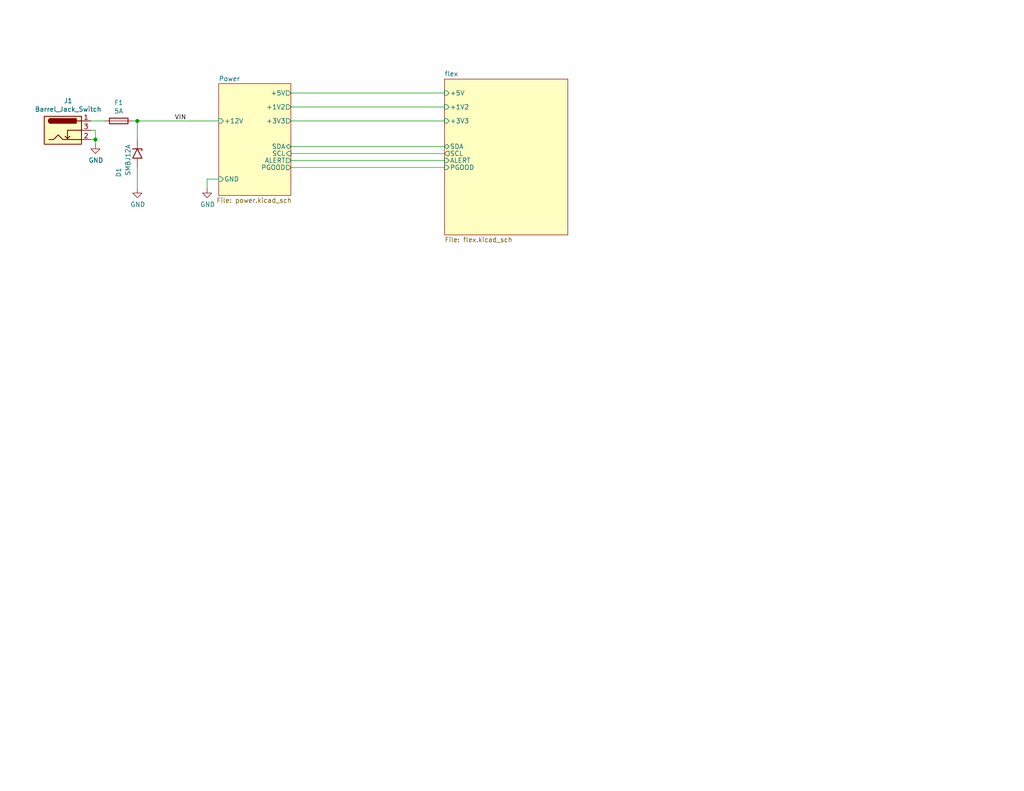
<source format=kicad_sch>
(kicad_sch (version 20231120) (generator "eeschema") (generator_version "8.0")
  (paper "A")
  (title_block (title "bitaxeHex") (date "2023-12-28") (rev "302"))
  (lib_symbols
    (symbol "Connector:Barrel_Jack_Switch" (pin_names hide)
      (property "Reference" "J" (at 0 5.334 0))
      (property "Value" "Barrel_Jack_Switch" (at 0 -5.08 0))
      (symbol "Barrel_Jack_Switch_0_1"
        (rectangle (start -5.08 3.81) (end 5.08 -3.81) (stroke (width 0.254)) (fill (type background)))
        (arc (start -3.302 3.175) (mid -3.9343 2.54) (end -3.302 1.905) (stroke (width 0.254)))
        (arc (start -3.302 3.175) (mid -3.9343 2.54) (end -3.302 1.905) (stroke (width 0.254)) (fill (type outline)))
        (polyline (pts (xy 1.27 -2.286) (xy 1.905 -1.651)) (stroke (width 0.254)))
        (polyline (pts (xy 5.08 2.54) (xy 3.81 2.54)) (stroke (width 0.254)))
        (polyline (pts (xy 5.08 0) (xy 1.27 0) (xy 1.27 -2.286) (xy 0.635 -1.651)) (stroke (width 0.254)))
        (polyline (pts (xy -3.81 -2.54) (xy -2.54 -2.54) (xy -1.27 -1.27) (xy 0 -2.54) (xy 2.54 -2.54) (xy 5.08 -2.54)) (stroke (width 0.254)))
        (rectangle (start 3.683 3.175) (end -3.302 1.905) (stroke (width 0.254)) (fill (type outline)))
      )
      (symbol "Barrel_Jack_Switch_1_1"
        (pin passive line (at 7.62 2.54 180) (length 2.54) (name "~") (number "1"))
        (pin passive line (at 7.62 -2.54 180) (length 2.54) (name "~") (number "2"))
        (pin passive line (at 7.62 0 180) (length 2.54) (name "~") (number "3"))
      )
    )
    (symbol "Device:Fuse" (pin_numbers hide) (pin_names (offset 0))
      (property "Reference" "F" (at 2.032 0 90))
      (property "Value" "Fuse" (at -1.905 0 90))
      (symbol "Fuse_0_1"
        (rectangle (start -0.762 -2.54) (end 0.762 2.54) (stroke (width 0.254)))
        (polyline (pts (xy 0 2.54) (xy 0 -2.54)))
      )
      (symbol "Fuse_1_1"
        (pin passive line (at 0 3.81 270) (length 1.27) (name "~") (number "1"))
        (pin passive line (at 0 -3.81 90) (length 1.27) (name "~") (number "2"))
      )
    )
    (symbol "Diode:5KPxxA" (pin_numbers hide) (pin_names (offset 1.016) hide)
      (property "Reference" "D" (at 0 2.54 0))
      (property "Value" "5KPxxA" (at 0 -2.54 0))
      (symbol "5KPxxA_0_1"
        (polyline (pts (xy -0.762 1.27) (xy -1.27 1.27) (xy -1.27 -1.27)) (stroke (width 0.254)))
        (polyline (pts (xy 1.27 1.27) (xy 1.27 -1.27) (xy -1.27 0) (xy 1.27 1.27)) (stroke (width 0.254)))
      )
      (symbol "5KPxxA_1_1"
        (pin passive line (at -3.81 0 0) (length 2.54) (name "A1") (number "1"))
        (pin passive line (at 3.81 0 180) (length 2.54) (name "A2") (number "2"))
      )
    )
    (symbol "power:GND" (power) (pin_names (offset 0))
      (property "Value" "GND" (at 0 -3.81 0))
      (symbol "GND_0_1"
        (polyline (pts (xy 0 0) (xy 0 -1.27) (xy 1.27 -1.27) (xy 0 -2.54) (xy -1.27 -1.27) (xy 0 -1.27)))
      )
      (symbol "GND_1_1"
        (pin power_in line (at 0 0 270) (length 0) hide (name "GND") (number "1"))
      )
    )
  )
  (junction (at 26.035 38.1))
  (junction (at 37.465 33.02))
  (wire (pts (xy 79.375 43.815) (xy 121.285 43.815)))
  (wire (pts (xy 56.515 48.895) (xy 59.69 48.895)))
  (wire (pts (xy 24.765 38.1) (xy 26.035 38.1)))
  (wire (pts (xy 26.035 35.56) (xy 26.035 38.1)))
  (wire (pts (xy 79.375 40.005) (xy 121.285 40.005)))
  (wire (pts (xy 79.375 41.91) (xy 121.285 41.91)))
  (wire (pts (xy 79.375 45.72) (xy 121.285 45.72)))
  (wire (pts (xy 36.195 33.02) (xy 37.465 33.02)))
  (wire (pts (xy 26.035 38.1) (xy 26.035 39.37)))
  (wire (pts (xy 56.515 51.435) (xy 56.515 48.895)))
  (wire (pts (xy 79.375 29.21) (xy 121.285 29.21)))
  (wire (pts (xy 79.375 25.4) (xy 121.285 25.4)))
  (wire (pts (xy 24.765 33.02) (xy 28.575 33.02)))
  (wire (pts (xy 24.765 35.56) (xy 26.035 35.56)))
  (wire (pts (xy 37.465 38.1) (xy 37.465 33.02)))
  (wire (pts (xy 37.465 51.435) (xy 37.465 45.72)))
  (wire (pts (xy 79.375 33.02) (xy 121.285 33.02)))
  (wire (pts (xy 37.465 33.02) (xy 59.69 33.02)))
  (label "VIN" (at 47.625 33.02 0))
  (symbol (lib_id "Diode:5KPxxA") (at 37.465 41.91 270) (unit 1)
    (property "Reference" "D1" (at 32.385 45.72 0) (effects (justify left)))
    (property "Value" "SMBJ12A" (at 34.925 39.37 0) (effects (justify left)))
    (property "Footprint" "Diode_SMD:D_SMB" (effects (hide yes)))
    (property "Distributor" "D" (effects (hide yes)))
    (property "Manufacturer" "SMBJ12A" (effects (hide yes)))
    (property "OrderNr" "SMBJ12ALFCT-ND" (effects (hide yes)))
  )
  (symbol (lib_id "power:GND") (at 37.465 51.435 0) (unit 1)
    (property "Reference" "#PWR02" (effects (hide yes)))
    (property "Value" "GND" (at 37.592 55.8292 0))
  )
  (symbol (lib_id "Device:Fuse") (at 32.385 33.02 270) (unit 1)
    (property "Reference" "F1" (at 32.385 28.0162 90))
    (property "Value" "5A" (at 32.385 30.3276 90))
    (property "Footprint" "myfootprints:fuseholder_littlefuse_blok" (effects (hide yes)))
    (property "Distributor" "D" (effects (hide yes)))
    (property "Manufacturer" "0154005.DR" (effects (hide yes)))
    (property "OrderNr" "F1228CT-ND" (effects (hide yes)))
  )
  (symbol (lib_id "power:GND") (at 56.515 51.435 0) (unit 1)
    (property "Reference" "#PWR03" (effects (hide yes)))
    (property "Value" "GND" (at 56.642 55.8292 0))
  )
  (symbol (lib_id "Connector:Barrel_Jack_Switch") (at 17.145 35.56 0) (unit 1)
    (property "Reference" "J1" (at 18.5928 27.5082 0))
    (property "Value" "Barrel_Jack_Switch" (at 18.5928 29.8196 0))
    (property "Footprint" "Connector_BarrelJack:BarrelJack_CUI_PJ-102AH_Horizontal" (effects (hide yes)))
    (property "Distributor" "D" (effects (hide yes)))
    (property "Manufacturer" "PJ-102AH" (effects (hide yes)))
    (property "OrderNr" "CP-102AH-ND" (effects (hide yes)))
  )
  (symbol (lib_id "power:GND") (at 26.035 39.37 0) (unit 1)
    (property "Reference" "#PWR01" (effects (hide yes)))
    (property "Value" "GND" (at 26.162 43.7642 0))
  )
  (sheet (at 121.285 21.59) (size 33.655 42.545) (stroke (width 0.1524)) (fill (color 255 255 194 1.0000))
    (property "Sheetname" "flex" (at 121.285 20.8784 0) (effects (justify left bottom)))
    (property "Sheetfile" "flex.kicad_sch" (at 121.285 64.7196 0) (effects (justify left top)))
    (pin "+1V2" input (at 121.285 29.21 180))
    (pin "SCL" output (at 121.285 41.91 180))
    (pin "SDA" bidirectional (at 121.285 40.005 180))
    (pin "ALERT" input (at 121.285 43.815 180))
    (pin "PGOOD" input (at 121.285 45.72 180))
    (pin "+3V3" input (at 121.285 33.02 180))
    (pin "+5V" input (at 121.285 25.4 180))
  )
  (sheet (at 59.69 22.86) (size 19.685 30.48) (stroke (width 0.1524)) (fill (color 255 255 194 1.0000))
    (property "Sheetname" "Power" (at 59.69 22.225 0) (effects (justify left bottom)))
    (property "Sheetfile" "power.kicad_sch" (at 59.055 53.975 0) (effects (justify left top)))
    (pin "PGOOD" output (at 79.375 45.72 0))
    (pin "GND" input (at 59.69 48.895 180))
    (pin "+5V" output (at 79.375 25.4 0))
    (pin "+3V3" output (at 79.375 33.02 0))
    (pin "+1V2" output (at 79.375 29.21 0))
    (pin "+12V" input (at 59.69 33.02 180))
    (pin "ALERT" output (at 79.375 43.815 0))
    (pin "SDA" bidirectional (at 79.375 40.005 0))
    (pin "SCL" input (at 79.375 41.91 0))
  )
)
</source>
